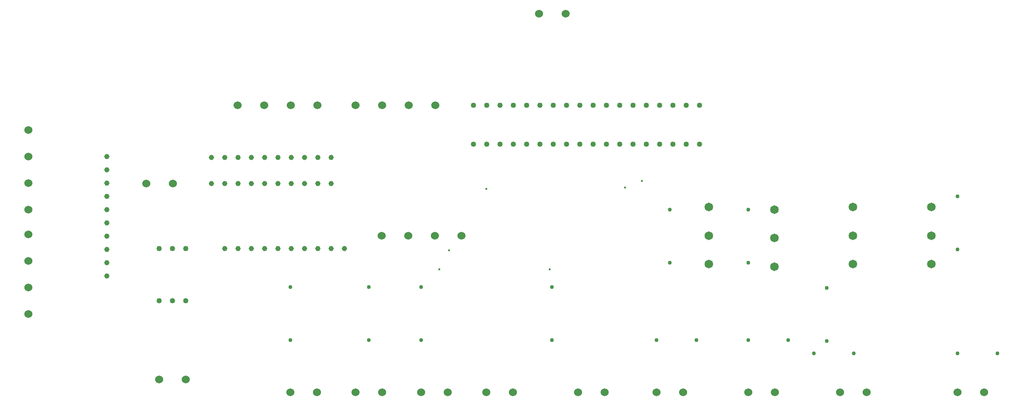
<source format=gbr>
G04 PROTEUS GERBER X2 FILE*
%TF.GenerationSoftware,Labcenter,Proteus,8.7-SP3-Build25561*%
%TF.CreationDate,2020-08-12T13:03:35+00:00*%
%TF.FileFunction,Plated,1,2,PTH*%
%TF.FilePolarity,Positive*%
%TF.Part,Single*%
%TF.SameCoordinates,{83fe10cb-d733-4169-9c25-5540115bc659}*%
%FSLAX45Y45*%
%MOMM*%
G01*
%TA.AperFunction,ViaDrill*%
%ADD38C,0.381000*%
%TA.AperFunction,ComponentDrill*%
%ADD39C,1.016000*%
%TA.AperFunction,ComponentDrill*%
%ADD40C,1.524000*%
%TA.AperFunction,ComponentDrill*%
%ADD41C,1.000000*%
%TA.AperFunction,ComponentDrill*%
%ADD42C,0.762000*%
%TA.AperFunction,ComponentDrill*%
%ADD43C,1.651000*%
%TD.AperFunction*%
D38*
X-603667Y+6672007D03*
X-283419Y+6796373D03*
X-3256137Y+6645681D03*
X-3967619Y+5471587D03*
X-4155000Y+5100900D03*
X-2042567Y+5100900D03*
D39*
X-3500000Y+8250000D03*
X-3246000Y+8250000D03*
X-2992000Y+8250000D03*
X-2738000Y+8250000D03*
X-2484000Y+8250000D03*
X-2230000Y+8250000D03*
X-1976000Y+8250000D03*
X-1722000Y+8250000D03*
X-1468000Y+8250000D03*
X-1214000Y+8250000D03*
X-960000Y+8250000D03*
X-706000Y+8250000D03*
X-452000Y+8250000D03*
X-198000Y+8250000D03*
X+56000Y+8250000D03*
X+310000Y+8250000D03*
X+564000Y+8250000D03*
X+818000Y+8250000D03*
X-3500000Y+7500000D03*
X-3246000Y+7500000D03*
X-2992000Y+7500000D03*
X-2738000Y+7500000D03*
X-2484000Y+7500000D03*
X-2230000Y+7500000D03*
X-1976000Y+7500000D03*
X-1722000Y+7500000D03*
X-1468000Y+7500000D03*
X-1214000Y+7500000D03*
X-960000Y+7500000D03*
X-706000Y+7500000D03*
X-452000Y+7500000D03*
X-198000Y+7500000D03*
X+56000Y+7500000D03*
X+310000Y+7500000D03*
X+564000Y+7500000D03*
X+818000Y+7500000D03*
D40*
X-8992000Y+3000000D03*
X-9500000Y+3000000D03*
D39*
X-8996000Y+4500000D03*
X-9250000Y+4500000D03*
X-9504000Y+4500000D03*
X-8996000Y+5500000D03*
X-9250000Y+5500000D03*
X-9504000Y+5500000D03*
D41*
X-10500000Y+4976000D03*
X-10500000Y+5230000D03*
X-10500000Y+5484000D03*
X-10500000Y+5738000D03*
X-10500000Y+5992000D03*
X-10500000Y+6246000D03*
X-10500000Y+6500000D03*
X-10500000Y+6754000D03*
X-10500000Y+7008000D03*
X-10500000Y+7262000D03*
D40*
X-9750000Y+6750000D03*
X-9242000Y+6750000D03*
D41*
X-8250000Y+5500000D03*
X-7996000Y+5500000D03*
X-7742000Y+5500000D03*
X-7488000Y+5500000D03*
X-7234000Y+5500000D03*
X-6980000Y+5500000D03*
X-6726000Y+5500000D03*
X-6472000Y+5500000D03*
X-6218000Y+5500000D03*
X-5964000Y+5500000D03*
D40*
X-7000000Y+2750000D03*
X-6492000Y+2750000D03*
X-5750000Y+2750000D03*
X-5242000Y+2750000D03*
X-4500000Y+2750000D03*
X-3992000Y+2750000D03*
D41*
X-8500000Y+6750000D03*
X-8246000Y+6750000D03*
X-7992000Y+6750000D03*
X-7738000Y+6750000D03*
X-7484000Y+6750000D03*
X-7230000Y+6750000D03*
X-6976000Y+6750000D03*
X-6722000Y+6750000D03*
X-6468000Y+6750000D03*
X-6214000Y+6750000D03*
X-8500000Y+7250000D03*
X-8246000Y+7250000D03*
X-7992000Y+7250000D03*
X-7738000Y+7250000D03*
X-7484000Y+7250000D03*
X-7230000Y+7250000D03*
X-6976000Y+7250000D03*
X-6722000Y+7250000D03*
X-6468000Y+7250000D03*
X-6214000Y+7250000D03*
D40*
X-1500000Y+2750000D03*
X-992000Y+2750000D03*
X-5750000Y+8250000D03*
X-5242000Y+8250000D03*
X-4734000Y+8250000D03*
X-4226000Y+8250000D03*
X-8000000Y+8250000D03*
X-7492000Y+8250000D03*
X-6984000Y+8250000D03*
X-6476000Y+8250000D03*
X-12000000Y+6250000D03*
X-12000000Y+6758000D03*
X-12000000Y+7266000D03*
X-12000000Y+7774000D03*
X-12000000Y+4250000D03*
X-12000000Y+4758000D03*
X-12000000Y+5266000D03*
X-12000000Y+5774000D03*
X-2250000Y+10000000D03*
X-1742000Y+10000000D03*
D42*
X-7000000Y+3750000D03*
X-7000000Y+4766000D03*
X-5500000Y+3750000D03*
X-5500000Y+4766000D03*
X-4500000Y+3750000D03*
X-4500000Y+4766000D03*
D40*
X-3250000Y+2750000D03*
X-2742000Y+2750000D03*
D42*
X-2000000Y+3750000D03*
X-2000000Y+4766000D03*
D40*
X+0Y+2750000D03*
X+508000Y+2750000D03*
X+1750000Y+2750000D03*
X+2258000Y+2750000D03*
X+3500000Y+2750000D03*
X+4008000Y+2750000D03*
X+5750000Y+2750000D03*
X+6258000Y+2750000D03*
D43*
X+1000000Y+5203900D03*
X+1000000Y+5750000D03*
X+1000000Y+6296100D03*
X+2250000Y+5157800D03*
X+2250000Y+5703900D03*
X+2250000Y+6250000D03*
X+3750000Y+5203900D03*
X+3750000Y+5750000D03*
X+3750000Y+6296100D03*
X+5250000Y+5203900D03*
X+5250000Y+5750000D03*
X+5250000Y+6296100D03*
D42*
X+3250000Y+4750000D03*
X+3250000Y+3734000D03*
X+762000Y+3750000D03*
X+0Y+3750000D03*
X+2512000Y+3750000D03*
X+1750000Y+3750000D03*
X+3762000Y+3500000D03*
X+3000000Y+3500000D03*
X+6512000Y+3500000D03*
X+5750000Y+3500000D03*
X+250000Y+6250000D03*
X+250000Y+5234000D03*
X+1750000Y+6250000D03*
X+1750000Y+5234000D03*
X+5750000Y+6500000D03*
X+5750000Y+5484000D03*
D40*
X-5250000Y+5750000D03*
X-4742000Y+5750000D03*
X-4234000Y+5750000D03*
X-3726000Y+5750000D03*
M02*

</source>
